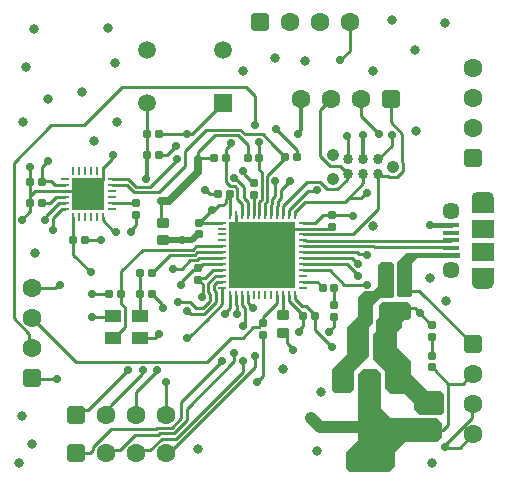
<source format=gbr>
%TF.GenerationSoftware,Altium Limited,Altium Designer,24.1.2 (44)*%
G04 Layer_Physical_Order=1*
G04 Layer_Color=255*
%FSLAX45Y45*%
%MOMM*%
%TF.SameCoordinates,9F746DA8-F38A-4014-887F-1EC8760E2830*%
%TF.FilePolarity,Positive*%
%TF.FileFunction,Copper,L1,Top,Signal*%
%TF.Part,Single*%
G01*
G75*
%TA.AperFunction,NonConductor*%
%ADD10C,0.50000*%
%TA.AperFunction,SMDPad,CuDef*%
%ADD11R,5.60000X5.60000*%
%ADD12O,0.25000X0.80000*%
%ADD13O,0.80000X0.25000*%
%ADD14R,0.79000X0.28000*%
%ADD15R,0.28000X0.79000*%
%ADD16R,3.18213X1.50000*%
%ADD17R,1.00000X1.50000*%
G04:AMPARAMS|DCode=18|XSize=0.6mm|YSize=0.7mm|CornerRadius=0.075mm|HoleSize=0mm|Usage=FLASHONLY|Rotation=90.000|XOffset=0mm|YOffset=0mm|HoleType=Round|Shape=RoundedRectangle|*
%AMROUNDEDRECTD18*
21,1,0.60000,0.55000,0,0,90.0*
21,1,0.45000,0.70000,0,0,90.0*
1,1,0.15000,0.27500,0.22500*
1,1,0.15000,0.27500,-0.22500*
1,1,0.15000,-0.27500,-0.22500*
1,1,0.15000,-0.27500,0.22500*
%
%ADD18ROUNDEDRECTD18*%
%TA.AperFunction,BGAPad,CuDef*%
%ADD19C,0.86300*%
%TA.AperFunction,SMDPad,CuDef*%
G04:AMPARAMS|DCode=20|XSize=0.6mm|YSize=0.7mm|CornerRadius=0.075mm|HoleSize=0mm|Usage=FLASHONLY|Rotation=180.000|XOffset=0mm|YOffset=0mm|HoleType=Round|Shape=RoundedRectangle|*
%AMROUNDEDRECTD20*
21,1,0.60000,0.55000,0,0,180.0*
21,1,0.45000,0.70000,0,0,180.0*
1,1,0.15000,-0.22500,0.27500*
1,1,0.15000,0.22500,0.27500*
1,1,0.15000,0.22500,-0.27500*
1,1,0.15000,-0.22500,-0.27500*
%
%ADD20ROUNDEDRECTD20*%
G04:AMPARAMS|DCode=21|XSize=1.3mm|YSize=1.1mm|CornerRadius=0.055mm|HoleSize=0mm|Usage=FLASHONLY|Rotation=0.000|XOffset=0mm|YOffset=0mm|HoleType=Round|Shape=RoundedRectangle|*
%AMROUNDEDRECTD21*
21,1,1.30000,0.99000,0,0,0.0*
21,1,1.19000,1.10000,0,0,0.0*
1,1,0.11000,0.59500,-0.49500*
1,1,0.11000,-0.59500,-0.49500*
1,1,0.11000,-0.59500,0.49500*
1,1,0.11000,0.59500,0.49500*
%
%ADD21ROUNDEDRECTD21*%
%TA.AperFunction,ConnectorPad*%
%ADD22R,1.90000X1.50000*%
%ADD23R,1.35000X0.40000*%
%TA.AperFunction,SMDPad,CuDef*%
G04:AMPARAMS|DCode=24|XSize=0.8mm|YSize=1mm|CornerRadius=0.1mm|HoleSize=0mm|Usage=FLASHONLY|Rotation=180.000|XOffset=0mm|YOffset=0mm|HoleType=Round|Shape=RoundedRectangle|*
%AMROUNDEDRECTD24*
21,1,0.80000,0.80000,0,0,180.0*
21,1,0.60000,1.00000,0,0,180.0*
1,1,0.20000,-0.30000,0.40000*
1,1,0.20000,0.30000,0.40000*
1,1,0.20000,0.30000,-0.40000*
1,1,0.20000,-0.30000,-0.40000*
%
%ADD24ROUNDEDRECTD24*%
G04:AMPARAMS|DCode=25|XSize=0.8mm|YSize=1mm|CornerRadius=0.1mm|HoleSize=0mm|Usage=FLASHONLY|Rotation=90.000|XOffset=0mm|YOffset=0mm|HoleType=Round|Shape=RoundedRectangle|*
%AMROUNDEDRECTD25*
21,1,0.80000,0.80000,0,0,90.0*
21,1,0.60000,1.00000,0,0,90.0*
1,1,0.20000,0.40000,0.30000*
1,1,0.20000,0.40000,-0.30000*
1,1,0.20000,-0.40000,-0.30000*
1,1,0.20000,-0.40000,0.30000*
%
%ADD25ROUNDEDRECTD25*%
G04:AMPARAMS|DCode=26|XSize=1.4mm|YSize=1.7mm|CornerRadius=0.175mm|HoleSize=0mm|Usage=FLASHONLY|Rotation=270.000|XOffset=0mm|YOffset=0mm|HoleType=Round|Shape=RoundedRectangle|*
%AMROUNDEDRECTD26*
21,1,1.40000,1.35000,0,0,270.0*
21,1,1.05000,1.70000,0,0,270.0*
1,1,0.35000,-0.67500,-0.52500*
1,1,0.35000,-0.67500,0.52500*
1,1,0.35000,0.67500,0.52500*
1,1,0.35000,0.67500,-0.52500*
%
%ADD26ROUNDEDRECTD26*%
G04:AMPARAMS|DCode=27|XSize=1.4mm|YSize=1.7mm|CornerRadius=0.175mm|HoleSize=0mm|Usage=FLASHONLY|Rotation=180.000|XOffset=0mm|YOffset=0mm|HoleType=Round|Shape=RoundedRectangle|*
%AMROUNDEDRECTD27*
21,1,1.40000,1.35000,0,0,180.0*
21,1,1.05000,1.70000,0,0,180.0*
1,1,0.35000,-0.52500,0.67500*
1,1,0.35000,0.52500,0.67500*
1,1,0.35000,0.52500,-0.67500*
1,1,0.35000,-0.52500,-0.67500*
%
%ADD27ROUNDEDRECTD27*%
%TA.AperFunction,Conductor*%
%ADD28C,0.25000*%
%ADD29C,0.30000*%
%ADD30C,0.26017*%
%ADD31C,1.00000*%
%ADD32C,0.40000*%
%ADD33C,0.70000*%
%ADD34C,0.50000*%
%TA.AperFunction,ComponentPad*%
%ADD35R,1.49800X1.49800*%
%ADD36C,1.49800*%
%ADD37C,1.06700*%
%ADD38C,1.60000*%
G04:AMPARAMS|DCode=39|XSize=1.6mm|YSize=1.6mm|CornerRadius=0.4mm|HoleSize=0mm|Usage=FLASHONLY|Rotation=0.000|XOffset=0mm|YOffset=0mm|HoleType=Round|Shape=RoundedRectangle|*
%AMROUNDEDRECTD39*
21,1,1.60000,0.80000,0,0,0.0*
21,1,0.80000,1.60000,0,0,0.0*
1,1,0.80000,0.40000,-0.40000*
1,1,0.80000,-0.40000,-0.40000*
1,1,0.80000,-0.40000,0.40000*
1,1,0.80000,0.40000,0.40000*
%
%ADD39ROUNDEDRECTD39*%
G04:AMPARAMS|DCode=40|XSize=1.6mm|YSize=1.6mm|CornerRadius=0.4mm|HoleSize=0mm|Usage=FLASHONLY|Rotation=90.000|XOffset=0mm|YOffset=0mm|HoleType=Round|Shape=RoundedRectangle|*
%AMROUNDEDRECTD40*
21,1,1.60000,0.80000,0,0,90.0*
21,1,0.80000,1.60000,0,0,90.0*
1,1,0.80000,0.40000,0.40000*
1,1,0.80000,0.40000,-0.40000*
1,1,0.80000,-0.40000,-0.40000*
1,1,0.80000,-0.40000,0.40000*
%
%ADD40ROUNDEDRECTD40*%
%ADD41C,1.45000*%
%TA.AperFunction,ViaPad*%
%ADD42C,0.80000*%
%ADD43C,0.70000*%
%ADD44C,0.50000*%
G36*
X10925000Y9760001D02*
X10834997D01*
Y9809998D01*
X10925000Y9810000D01*
Y9760001D01*
D02*
G37*
G36*
X7675000Y9660000D02*
X7405000D01*
Y9927500D01*
X7675000D01*
Y9660000D01*
D02*
G37*
G36*
X10975000Y9630000D02*
X10785000D01*
Y9760000D01*
X10975000D01*
Y9630000D01*
D02*
G37*
G36*
Y9040000D02*
X10785000D01*
Y9170000D01*
X10975000D01*
Y9040000D01*
D02*
G37*
G36*
X10925003Y8990002D02*
X10835000Y8990000D01*
Y9039999D01*
X10925003D01*
Y8990002D01*
D02*
G37*
G36*
X10683750Y9289013D02*
Y9251250D01*
X10680000Y9247500D01*
X10322500D01*
X10280000Y9205000D01*
Y8932500D01*
X10267500Y8920000D01*
X10172500D01*
X10155000Y8937500D01*
Y9220000D01*
X10230000Y9295000D01*
X10677763D01*
X10683750Y9289013D01*
D02*
G37*
G36*
X10130000Y9197500D02*
Y8925000D01*
X10115000Y8910000D01*
X10010000D01*
X9955000Y8855000D01*
Y8697500D01*
X9915000Y8657500D01*
Y8417500D01*
X9790000Y8292500D01*
Y8140000D01*
X9757500Y8107500D01*
X9630000D01*
X9605000Y8132500D01*
Y8307500D01*
X9735000Y8437500D01*
Y8662500D01*
X9825000Y8752500D01*
Y8917500D01*
X9875000Y8967500D01*
X9955000D01*
X9997500Y9010000D01*
Y9195000D01*
X10017500Y9215000D01*
X10112500D01*
X10130000Y9197500D01*
D02*
G37*
G36*
X10275000Y8850000D02*
Y8750000D01*
X10250000Y8725000D01*
X10212500D01*
X10200000Y8712500D01*
Y8670000D01*
X10150000Y8620000D01*
Y8500000D01*
X10270000Y8380000D01*
X10270000Y8270000D01*
X10410000Y8130000D01*
Y8125000D01*
X10525000D01*
X10550000Y8100000D01*
Y7950000D01*
X10525000Y7925000D01*
X10350000D01*
X10300000Y7975000D01*
Y8025000D01*
X10225000Y8100000D01*
X10100000D01*
X10050000Y8150000D01*
Y8290000D01*
X9950000Y8390000D01*
Y8600000D01*
X9980000Y8630000D01*
Y8730000D01*
X10000000Y8750000D01*
Y8850000D01*
X10025000Y8875000D01*
X10250000D01*
X10275000Y8850000D01*
D02*
G37*
G36*
X10020000Y8277500D02*
Y7980000D01*
X10102500Y7897500D01*
X10492500D01*
X10535000Y7855000D01*
Y7735000D01*
X10490000Y7690000D01*
X10222500D01*
X10140000Y7607500D01*
Y7487500D01*
X10087500Y7435000D01*
X9755000D01*
X9720000Y7470000D01*
Y7605000D01*
X9827500Y7712500D01*
Y8267500D01*
X9875000Y8315000D01*
X9982500D01*
X10020000Y8277500D01*
D02*
G37*
D10*
X10860000Y9760000D02*
G03*
X10860000Y9760000I-25000J0D01*
G01*
X10950000D02*
G03*
X10950000Y9760000I-25000J0D01*
G01*
X10860000Y9040000D02*
G03*
X10860000Y9040000I-25000J0D01*
G01*
X10950000D02*
G03*
X10950000Y9040000I-25000J0D01*
G01*
D11*
X9015000Y9275000D02*
D03*
D12*
X8740000Y9615000D02*
D03*
X8790000D02*
D03*
X8840000D02*
D03*
X8890000D02*
D03*
X8940000D02*
D03*
X8990000D02*
D03*
X9040000D02*
D03*
X9090000D02*
D03*
X9140000D02*
D03*
X9190000D02*
D03*
X9240000D02*
D03*
X9290000D02*
D03*
Y8935000D02*
D03*
X9240000D02*
D03*
X9190000D02*
D03*
X9140000D02*
D03*
X9090000D02*
D03*
X9040000D02*
D03*
X8990000D02*
D03*
X8940000D02*
D03*
X8890000D02*
D03*
X8840000D02*
D03*
X8790000D02*
D03*
X8740000D02*
D03*
D13*
X9355000Y9550000D02*
D03*
Y9500000D02*
D03*
Y9450000D02*
D03*
Y9400000D02*
D03*
Y9350000D02*
D03*
Y9300000D02*
D03*
Y9250000D02*
D03*
Y9200000D02*
D03*
Y9150000D02*
D03*
Y9100000D02*
D03*
Y9050000D02*
D03*
Y9000000D02*
D03*
X8675000D02*
D03*
Y9050000D02*
D03*
Y9100000D02*
D03*
Y9150000D02*
D03*
Y9200000D02*
D03*
Y9250000D02*
D03*
Y9300000D02*
D03*
Y9350000D02*
D03*
Y9400000D02*
D03*
Y9450000D02*
D03*
Y9500000D02*
D03*
Y9550000D02*
D03*
D14*
X7737000Y9917000D02*
D03*
Y9867000D02*
D03*
Y9817000D02*
D03*
Y9767000D02*
D03*
Y9717000D02*
D03*
Y9667000D02*
D03*
X7343000D02*
D03*
Y9717000D02*
D03*
Y9767000D02*
D03*
Y9817000D02*
D03*
Y9867000D02*
D03*
Y9917000D02*
D03*
D15*
X7665000Y9595000D02*
D03*
X7615000D02*
D03*
X7565000D02*
D03*
X7515000D02*
D03*
X7465000D02*
D03*
X7415000D02*
D03*
Y9989000D02*
D03*
X7465000D02*
D03*
X7515000D02*
D03*
X7565000D02*
D03*
X7615000D02*
D03*
X7665000D02*
D03*
D16*
X9925000Y7545500D02*
D03*
D17*
X9696000Y8204500D02*
D03*
X9925000D02*
D03*
X10154000D02*
D03*
D18*
X7945000Y9715000D02*
D03*
Y9615000D02*
D03*
X9020000Y8700000D02*
D03*
Y8600000D02*
D03*
X9625000Y8750000D02*
D03*
Y8850000D02*
D03*
X8940000Y9885000D02*
D03*
Y9785000D02*
D03*
X10450000Y8685000D02*
D03*
Y8585000D02*
D03*
Y8425000D02*
D03*
Y8325000D02*
D03*
X9607500Y9612500D02*
D03*
Y9512500D02*
D03*
X8472500Y9065000D02*
D03*
Y9165000D02*
D03*
X8475000Y9550000D02*
D03*
Y9450000D02*
D03*
D19*
X9740500Y9959000D02*
D03*
X9867500D02*
D03*
X9994500D02*
D03*
X9740500Y10086000D02*
D03*
X9867500D02*
D03*
X9994500D02*
D03*
D20*
X8702500Y10100000D02*
D03*
X8602500D02*
D03*
X7980000Y9120000D02*
D03*
X8080000D02*
D03*
X8990000Y10100000D02*
D03*
X8890000D02*
D03*
X9207500Y10102500D02*
D03*
X9307500D02*
D03*
X8040000Y10120000D02*
D03*
X8140000D02*
D03*
X9525000Y9000000D02*
D03*
X9625000D02*
D03*
X8080000Y8950000D02*
D03*
X7980000D02*
D03*
X7720000D02*
D03*
X7820000D02*
D03*
X7145000Y9715000D02*
D03*
X7045000D02*
D03*
X8140000Y10300000D02*
D03*
X8040000D02*
D03*
X8740000Y9790000D02*
D03*
X8640000D02*
D03*
X9460000Y8760000D02*
D03*
X9360000D02*
D03*
X7145000Y9895000D02*
D03*
X7045000D02*
D03*
X7415000Y9405000D02*
D03*
X7515000D02*
D03*
D21*
X7750000Y8760000D02*
D03*
Y8570000D02*
D03*
X7980000Y8760000D02*
D03*
Y8570000D02*
D03*
D22*
X10880000Y9500000D02*
D03*
Y9300000D02*
D03*
D23*
X10610000Y9530000D02*
D03*
Y9465000D02*
D03*
Y9400000D02*
D03*
Y9335000D02*
D03*
Y9270000D02*
D03*
D24*
X10215000Y9145000D02*
D03*
X10065000D02*
D03*
D25*
X9190000Y8765000D02*
D03*
Y8615000D02*
D03*
X8175000Y9550000D02*
D03*
Y9400000D02*
D03*
X10062500Y8972500D02*
D03*
Y8822500D02*
D03*
X10217500Y8975000D02*
D03*
Y8825000D02*
D03*
D26*
X10420000Y7790700D02*
D03*
Y8019300D02*
D03*
D27*
X9825700Y8510000D02*
D03*
X10054300D02*
D03*
D28*
X7605000Y9852500D02*
X7665000Y9912500D01*
Y10014500D01*
X7422000Y9817000D02*
X7422500Y9817500D01*
X7343000Y9817000D02*
X7422000D01*
X9240000Y9500000D02*
X9355000D01*
X9235000Y9495000D02*
X9240000Y9500000D01*
X8740000Y9615000D02*
Y9785000D01*
X8702500Y9720000D02*
Y9747500D01*
X8685000Y9702500D02*
X8702500Y9720000D01*
X8740000Y9785000D02*
Y9790000D01*
X8702500Y9747500D02*
X8740000Y9785000D01*
X8602177Y9660000D02*
X8644677Y9702500D01*
X8685000D01*
X8590000Y9660000D02*
X8602177D01*
X9675000Y10925000D02*
X9754000Y11004000D01*
Y11250000D01*
X9560409Y9835050D02*
X9649060D01*
X9502959Y9892500D02*
X9560409Y9835050D01*
X9468640Y9818639D02*
X9475000Y9825000D01*
X9402500Y9818639D02*
X9468640D01*
X9240000Y9615000D02*
Y9656139D01*
X9728771Y9947271D02*
X9740500Y9959000D01*
X9649060Y9835050D02*
X9728771Y9914761D01*
X9190000Y9692500D02*
X9390000Y9892500D01*
X9728771Y9914761D02*
Y9947271D01*
X9390000Y9892500D02*
X9502959D01*
X9190000Y9615000D02*
Y9692500D01*
X9240000Y9656139D02*
X9402500Y9818639D01*
X9090000Y9701154D02*
X9097500Y9708654D01*
Y9749779D01*
X9140000Y9687515D02*
X9145000Y9692515D01*
X9172944Y9761584D02*
Y9822944D01*
X9145000Y9692515D02*
Y9733639D01*
X9172944Y9761584D01*
X9097500Y9749779D02*
X9125000Y9777279D01*
Y9900000D01*
X9140000Y9615000D02*
Y9687515D01*
X9130000Y10340000D02*
X9307500Y10162500D01*
X9172944Y9822944D02*
X9250000Y9900000D01*
X9090000Y9615000D02*
Y9701154D01*
X8995000Y9733433D02*
X9007500Y9745933D01*
X9040000Y9714793D02*
X9052500Y9727293D01*
Y9947500D01*
X9185000Y10080000D01*
X8995000Y9733432D02*
Y9733433D01*
X9007500Y9745933D02*
Y9977500D01*
X9190000Y10080000D02*
X9207500Y10097500D01*
X9185000Y10080000D02*
X9190000D01*
X9040000Y9615000D02*
Y9714793D01*
X8990000Y9995000D02*
X9007500Y9977500D01*
X8990000Y9728431D02*
X8995000Y9733432D01*
X8990000Y9615000D02*
Y9728431D01*
X9207500Y10097500D02*
Y10107500D01*
X9355000Y9150000D02*
X9584606D01*
X9709606Y9025000D02*
X9900000D01*
X9584606Y9150000D02*
X9709606Y9025000D01*
X9730000Y9200000D02*
X9825000Y9105000D01*
Y9100000D02*
Y9105000D01*
X9814801Y9300000D02*
X9830992Y9283809D01*
X9891191D01*
X9899801Y9275199D01*
X9355000Y9300000D02*
X9814801D01*
X9772470Y9250000D02*
X9822240Y9200230D01*
X9825230D01*
X9355000Y9450000D02*
X9777500D01*
X9994500Y9667000D02*
Y9959000D01*
X9777500Y9450000D02*
X9994500Y9667000D01*
X9355000Y9250000D02*
X9772470D01*
X9355000Y9200000D02*
X9730000D01*
X9846000Y10454000D02*
X10000000Y10300000D01*
X9850323Y9762500D02*
X9887823Y9800000D01*
X9900000D01*
X9846000Y10454000D02*
Y10600000D01*
X9575000Y8627530D02*
X9625000Y8677530D01*
X9575000Y8625000D02*
Y8627530D01*
X9625000Y8677530D02*
Y8750000D01*
Y8850000D02*
Y9000000D01*
X9480000Y9050000D02*
X9525000Y9005000D01*
Y9000000D02*
Y9005000D01*
X9355000Y9050000D02*
X9480000D01*
X8845000Y8851360D02*
X8867500Y8828860D01*
X8840000Y8871139D02*
Y8935000D01*
X8845000Y8851360D02*
Y8866139D01*
X8890000Y8870000D02*
X8935000Y8825000D01*
X8867500Y8704677D02*
Y8828860D01*
X8840000Y8871139D02*
X8845000Y8866139D01*
X8890000Y8870000D02*
Y8935000D01*
X8200000Y7600000D02*
X8225017D01*
X8950000Y8324983D01*
Y8425000D01*
X8850000Y8575000D02*
X8937500Y8662500D01*
X8982500D01*
X8750000Y8575000D02*
X8850000D01*
Y8687177D02*
X8867500Y8704677D01*
X8850000Y8675000D02*
Y8687177D01*
Y8288622D02*
Y8375000D01*
X8283878Y7722500D02*
X8850000Y8288622D01*
X8163402Y7722500D02*
X8283878D01*
X8063500Y7622599D02*
X8163402Y7722500D01*
X7968599Y7622599D02*
X8063500D01*
X8126122Y7812500D02*
X8246599D01*
X7732901Y7800000D02*
X8113622D01*
X8265238Y7767500D02*
X8375000Y7877262D01*
X7936901Y7750000D02*
X8127262D01*
X8144762Y7767500D01*
X8265238D01*
X7946000Y7600000D02*
X7968599Y7622599D01*
X8246599Y7812500D02*
X8329327Y7895228D01*
X8113622Y7800000D02*
X8126122Y7812500D01*
X8329327Y7895228D02*
Y8029327D01*
X8375000Y7877262D02*
Y7975000D01*
X7809500Y7622599D02*
X7936901Y7750000D01*
X7579500Y7646599D02*
X7732901Y7800000D01*
X8375000Y7975000D02*
X8775000Y8375000D01*
Y8450000D01*
X8329327Y8029327D02*
X8675000Y8375000D01*
X8790000Y8857500D02*
X8800000Y8847500D01*
Y8775000D02*
Y8847500D01*
X8790000Y8857500D02*
Y8935000D01*
X8997500Y8682500D02*
X9015000Y8700000D01*
X8982500Y8662500D02*
X8997500Y8677500D01*
Y8682500D01*
X7692000Y7600000D02*
X7714599Y7622599D01*
X7809500D01*
X8740000Y8827177D02*
Y8935000D01*
X8700000Y8787177D02*
X8740000Y8827177D01*
X8700000Y8775000D02*
Y8787177D01*
X7579500Y7624000D02*
Y7646599D01*
X7555500Y7600000D02*
X7579500Y7624000D01*
X7438000Y7600000D02*
X7555500D01*
X9015000Y8700000D02*
X9020000D01*
X8547500Y8372500D02*
X8750000Y8575000D01*
X7437000Y8372500D02*
X8547500D01*
X7729085Y7998615D02*
Y8004085D01*
X7991390Y8266390D01*
Y8296390D01*
X8000000Y8305000D01*
X7692000Y7925000D02*
Y7961531D01*
X7729085Y7998615D01*
X7438000Y7925000D02*
X7479301Y7966301D01*
X7536301D02*
X7875000Y8305000D01*
X7479301Y7966301D02*
X7536301D01*
X7065000Y8744500D02*
X7437000Y8372500D01*
X8375000Y8575000D02*
X8387177D01*
X8407208Y8595031D01*
X8407499D01*
X8542468Y8730000D02*
X8542468D01*
X8407499Y8595031D02*
X8542468Y8730000D01*
X8375000Y8800000D02*
X8387177D01*
X8412177Y8775000D01*
X8523828D01*
X7946000Y8115360D02*
X8125000Y8294360D01*
Y8305000D01*
X7946000Y7925000D02*
Y8115360D01*
X8107823Y8570000D02*
X8142950Y8605128D01*
Y8607049D01*
X8542468Y8730000D02*
X8670000Y8857532D01*
X8400000Y8875000D02*
X8450000Y8825000D01*
X8300000Y8875000D02*
X8400000D01*
X9020000Y8253609D02*
Y8600000D01*
X8971079Y8200000D02*
Y8204687D01*
X9020000Y8253609D01*
X8200000Y7925000D02*
Y8200000D01*
X8670000Y8895000D02*
X8675000Y8900000D01*
X8670000Y8857532D02*
Y8895000D01*
X8523828Y8775000D02*
X8625000Y8876172D01*
Y8958860D01*
X8450000Y8825000D02*
X8510189D01*
X8510000Y8920270D02*
Y9027500D01*
X8574812Y8889623D02*
Y8945409D01*
X8510189Y8825000D02*
X8574812Y8889623D01*
X8557500Y8962721D02*
X8574812Y8945409D01*
X8557500Y8962721D02*
Y9037279D01*
X8620221Y9100000D02*
X8675000D01*
X8507312Y8917583D02*
X8510000Y8920270D01*
X8557500Y9037279D02*
X8620221Y9100000D01*
X8602500Y8981360D02*
Y9018639D01*
Y8981360D02*
X8625000Y8958860D01*
X8633861Y9050000D02*
X8675000D01*
X8602500Y9018639D02*
X8633861Y9050000D01*
X8675000Y8900000D02*
Y9000000D01*
X7076500Y8225000D02*
X7275000D01*
X7065000Y8236500D02*
X7076500Y8225000D01*
X7287823Y9025000D02*
X7300000D01*
X7065000Y8998500D02*
X7261323D01*
X7287823Y9025000D01*
X8617500Y10292500D02*
X8807500D01*
X8863640Y10300000D02*
X9015459D01*
X8537500Y10337500D02*
X8826140D01*
X8863640Y10300000D01*
X8807500Y10292500D02*
X8890000Y10210000D01*
X8470000Y10145000D02*
X8617500Y10292500D01*
X8360000Y10160000D02*
X8537500Y10337500D01*
X6907500Y8742901D02*
Y10057500D01*
Y8742901D02*
X7042401Y8608000D01*
Y8513099D02*
Y8608000D01*
Y8513099D02*
X7065000Y8490500D01*
X6907500Y10057500D02*
X7225000Y10375000D01*
X7500000D01*
X7825000Y10700000D02*
X8875000D01*
X7500000Y10375000D02*
X7825000Y10700000D01*
X8875000D02*
X8950000Y10625000D01*
Y10375000D02*
Y10625000D01*
X8990000Y10100001D02*
Y10230000D01*
X8709677Y10107177D02*
Y10172500D01*
X8750000Y10212823D01*
X8702500Y10100000D02*
X8709677Y10107177D01*
X8750000Y10212823D02*
Y10225000D01*
X9015459Y10300000D02*
X9103980Y10211480D01*
X8470000Y10090000D02*
Y10145000D01*
X8890000Y10100000D02*
Y10210000D01*
X7242500Y9492500D02*
Y9592000D01*
X7240000Y9490000D02*
X7242500Y9492500D01*
X7145000Y10020000D02*
X7200000Y10075000D01*
X7145000Y9895000D02*
Y10020000D01*
X7415000Y9274999D02*
X7561789Y9128210D01*
X7415000Y9274999D02*
Y9405000D01*
X7575000Y8750000D02*
X7740000D01*
X7750000Y8760000D01*
X7980000Y8570000D02*
X8107823D01*
X7575000Y8950000D02*
X7720000D01*
X7900000Y9475000D02*
Y9487177D01*
X7945000Y9532177D01*
X8000000Y9322500D02*
X8423817D01*
X7820000Y8950000D02*
Y9142500D01*
X8000000Y9322500D01*
X9460000Y8640000D02*
X9600000Y8500000D01*
X9460000Y8640000D02*
Y8760000D01*
X9224677Y8527207D02*
X9275000Y8476884D01*
Y8475000D02*
Y8476884D01*
X8166390Y8833610D02*
Y8858610D01*
Y8833610D02*
X8175000Y8825000D01*
X8080000Y8945000D02*
X8166390Y8858610D01*
X9197177Y8615000D02*
X9224677Y8587500D01*
X9190000Y8615000D02*
X9197177D01*
X9224677Y8527207D02*
Y8587500D01*
X8140000Y10120000D02*
X8206412D01*
X8286412Y10200000D01*
X8292500Y10082500D02*
Y10090000D01*
X8062500Y9852500D02*
X8292500Y10082500D01*
X10341500Y8975000D02*
X10797500Y8519000D01*
X10217500Y8975000D02*
X10341500D01*
X10685175Y7644675D02*
X10797500Y7757000D01*
X10568535Y7644675D02*
X10685175D01*
X10555355Y7657855D02*
X10568535Y7644675D01*
X10555355Y7657855D02*
X10791000Y7893500D01*
Y8004500D01*
X10797500Y8011000D01*
X10791330Y8265000D02*
X10797500D01*
X10711330Y8185000D02*
X10791330Y8265000D01*
X10590000Y8185000D02*
X10711330D01*
X10305000Y8825000D02*
X10427500Y8702500D01*
X10590000Y7840000D02*
Y8185000D01*
X10540700Y7790700D02*
X10590000Y7840000D01*
X10472500Y8302500D02*
X10590000Y8185000D01*
X10110000Y10201500D02*
Y10290000D01*
X9994500Y10086000D02*
X10110000Y10201500D01*
X10100000Y10400000D02*
X10200000Y10300000D01*
X9747500Y9762500D02*
X9850323D01*
X9307500Y10102500D02*
Y10162500D01*
X8990000Y10100000D02*
X8990000Y10100001D01*
X8470000Y10090000D02*
X8475000Y10095000D01*
X8597500D02*
X8602500Y10100000D01*
X8475000Y10095000D02*
X8597500D01*
X8360000Y10030000D02*
Y10160000D01*
X8137500Y9807500D02*
X8360000Y10030000D01*
X7943230Y9852500D02*
X8062500D01*
X7924590Y9807500D02*
X8137500D01*
X8770000Y9930000D02*
X8780000D01*
X8860000Y9850000D01*
X9778750Y9611250D02*
X9780000Y9610000D01*
X9607500Y9612500D02*
X9608750Y9611250D01*
X9778750D01*
X10455000Y8325000D02*
X10472500Y8307500D01*
Y8302500D02*
Y8307500D01*
X10450000Y8325000D02*
X10455000D01*
X10420000Y7790700D02*
X10540700D01*
X8495000Y9042500D02*
X8510000Y9027500D01*
X8472500Y9065000D02*
X8477500D01*
X8495000Y9047500D01*
Y9042500D02*
Y9047500D01*
X8590000Y9660000D02*
Y9660000D01*
X8475000Y9550000D02*
X8480000D01*
X8590000Y9660000D01*
X8160000Y9565000D02*
Y9730000D01*
Y9565000D02*
X8175000Y9550000D01*
X7945000Y9532177D02*
Y9615000D01*
X7517500Y9402500D02*
X7647500D01*
X7650000Y9400000D01*
X7515000Y9405000D02*
X7517500Y9402500D01*
X7766390Y9483610D02*
X7775000Y9475000D01*
X7750890Y9483610D02*
X7766390D01*
X7665000Y9569500D02*
Y9595000D01*
Y9569500D02*
X7750890Y9483610D01*
X6975000Y9575000D02*
X7045000Y9645000D01*
Y9715000D01*
X7047500Y10022500D02*
X7050000Y10025000D01*
X7047500Y9897500D02*
Y10022500D01*
X7045000Y9895000D02*
X7047500Y9897500D01*
X7045000Y9775000D02*
Y9895000D01*
X9103980Y10211021D02*
Y10211480D01*
Y10211021D02*
X9207500Y10107500D01*
X7737000Y9867000D02*
X7865090D01*
X7924590Y9807500D01*
X7737000Y9917000D02*
X7878730D01*
X7943230Y9852500D01*
X7317500Y9667000D02*
X7343000D01*
X7242500Y9592000D02*
X7317500Y9667000D01*
X8858610Y9961389D02*
Y9981390D01*
X8850000Y9990000D02*
X8858610Y9981390D01*
X8802500Y9747500D02*
Y9834068D01*
X8742500Y9857500D02*
X8779068D01*
X8802500Y9834068D01*
X8702500Y9897500D02*
X8742500Y9857500D01*
X8702500Y9897500D02*
Y10100000D01*
X8858610Y9961389D02*
X8935000Y9885000D01*
X8905000Y9385000D02*
X9015000Y9275000D01*
X8795000Y9495000D02*
X8905000Y9385000D01*
X8790000Y9500000D02*
X8795000Y9495000D01*
X8790000Y9500000D02*
Y9615000D01*
X8840000D02*
Y9710000D01*
X8802500Y9747500D02*
X8840000Y9710000D01*
X8860000Y9758431D02*
X8890000Y9728431D01*
X8860000Y9758431D02*
Y9850000D01*
X8890000Y9615000D02*
Y9728431D01*
X9735250Y10091250D02*
Y10278661D01*
Y10091250D02*
X9740500Y10086000D01*
X9730000Y10283911D02*
X9735250Y10278661D01*
X10217500Y8825000D02*
X10305000D01*
X10427500Y8702499D02*
Y8702500D01*
Y8702499D02*
X10445000Y8685000D01*
X10450000D01*
X9625000Y9000000D02*
X9625000Y9000000D01*
X9325000Y8637177D02*
X9360000Y8672177D01*
Y8760000D01*
X9325000Y8625000D02*
Y8637177D01*
X8424430Y9149431D02*
X8456930D01*
X8333610Y9033610D02*
Y9058611D01*
X8325000Y9025000D02*
X8333610Y9033610D01*
X8456930Y9149431D02*
X8472500Y9165000D01*
X8333610Y9058611D02*
X8424430Y9149431D01*
X8080000Y8945000D02*
Y8950000D01*
X8935000Y9885000D02*
X8940000D01*
X8572177Y9790000D02*
X8640000D01*
X8537177Y9825000D02*
X8572177Y9790000D01*
X8525000Y9825000D02*
X8537177D01*
X7665000Y10014500D02*
X7741390Y10090890D01*
Y10116390D01*
X7750000Y10125000D01*
X7292038Y9715500D02*
X7341500D01*
X7183610Y9607072D02*
X7292038Y9715500D01*
X7183610Y9583610D02*
Y9607072D01*
X7175000Y9575000D02*
X7183610Y9583610D01*
X7341500Y9715500D02*
X7343000Y9717000D01*
X7214000Y9715000D02*
X7266000Y9767000D01*
X7343000D01*
X7145000Y9715000D02*
X7214000D01*
X7045000D02*
Y9775000D01*
X7087000Y9817000D01*
X7343000D01*
X7258000Y9867000D02*
X7343000D01*
X7225000Y9900000D02*
X7258000Y9867000D01*
X7415000Y9405000D02*
Y9595000D01*
X7150000Y9900000D02*
X7225000D01*
X7145000Y9895000D02*
X7150000Y9900000D01*
X10450000Y8425000D02*
Y8585000D01*
X10100000Y10400000D02*
Y10600000D01*
X9500000Y10508000D02*
X9592000Y10600000D01*
X9500000Y10116191D02*
Y10508000D01*
X10085939Y9936651D02*
X10157061D01*
X10207350Y9986940D01*
Y10058060D01*
X10200000Y10065410D02*
X10207350Y10058060D01*
X10200000Y10065410D02*
Y10300000D01*
X9500000Y10116191D02*
X9586557Y10029635D01*
X9140000Y8870000D02*
Y8935000D01*
X9020000Y8750000D02*
X9140000Y8870000D01*
X9020000Y8700000D02*
Y8750000D01*
X9351716Y8845784D02*
X9380784D01*
X9442500Y8777500D02*
Y8784068D01*
X9290000Y8907500D02*
Y8935000D01*
Y8907500D02*
X9351716Y8845784D01*
X9380784D02*
X9442500Y8784068D01*
Y8777500D02*
X9460000Y8760000D01*
X9240000Y8885000D02*
X9360000Y8765000D01*
Y8760000D02*
Y8765000D01*
X9240000Y8885000D02*
Y8935000D01*
X9190000Y8765000D02*
Y8935000D01*
X10006060Y9947440D02*
X10075150D01*
X9994500Y9959000D02*
X10006060Y9947440D01*
X10075150D02*
X10085939Y9936651D01*
X9586557Y10029635D02*
X9669865D01*
X9740500Y9959000D01*
X10420000Y7790700D02*
X10420700Y7790000D01*
X7738000Y9716000D02*
X7944000D01*
X7737000Y9717000D02*
X7738000Y9716000D01*
X7944000D02*
X7945000Y9715000D01*
X8140000Y10300000D02*
X8420000D01*
X8685000Y10565000D01*
X8037500Y10302500D02*
Y10562500D01*
Y10302500D02*
X8040000Y10300000D01*
X8035000Y10565000D02*
X8037500Y10562500D01*
X8040000Y10120000D02*
Y10300000D01*
X8990000Y9995000D02*
Y10100000D01*
X9372500Y9725000D02*
X9710000D01*
X9867500Y9882500D02*
Y9959000D01*
X9710000Y9725000D02*
X9747500Y9762500D01*
X9747500D01*
X9867500Y9882500D01*
X9290000Y9642500D02*
X9372500Y9725000D01*
X9290000Y9615000D02*
Y9642500D01*
X9461250Y9550000D02*
X9523750Y9612500D01*
X9607500D01*
X8332500Y9159613D02*
X8405387Y9232500D01*
X8260000Y9155000D02*
X8264613Y9159613D01*
X8332500D01*
X8405387Y9232500D02*
X8461096D01*
X7760000Y8570000D02*
X7855000Y8665000D01*
X7750000Y8570000D02*
X7760000D01*
X7855000Y8665000D02*
Y8831250D01*
X7820000Y8866250D02*
X7855000Y8831250D01*
X7820000Y8866250D02*
Y8950000D01*
X7980000Y8760000D02*
Y8950000D01*
Y9120000D01*
X8080000D02*
Y9125000D01*
X8232500Y9277500D01*
X8442457D01*
X8490000Y9082500D02*
X8530000D01*
X8597500Y9150000D01*
X8675000D01*
X8472500Y9065000D02*
X8490000Y9082500D01*
X8512500Y9200000D02*
X8675000D01*
X8477500Y9165000D02*
X8512500Y9200000D01*
X8472500Y9165000D02*
X8477500D01*
X8478596Y9250000D02*
X8675000D01*
X8461096Y9232500D02*
X8478596Y9250000D01*
X8442457Y9277500D02*
X8464956Y9300000D01*
X8675000D01*
X8423817Y9322500D02*
X8451317Y9350000D01*
X8675000D01*
X9355000Y9550000D02*
X9461250D01*
X9595000Y9500000D02*
X9607500Y9512500D01*
X9355000Y9500000D02*
X9595000D01*
X8940000Y9615000D02*
Y9785000D01*
X8475000Y9550000D02*
X8675000D01*
X8475000Y9550000D02*
X8475000Y9550000D01*
D29*
X9317500Y10310824D02*
X9338000Y10331324D01*
X9317500Y10300000D02*
Y10310824D01*
X9338000Y10331324D02*
Y10600000D01*
X8035000Y10115000D02*
X8040000Y10120000D01*
X8035000Y9925000D02*
Y10115000D01*
X8030000Y9920000D02*
X8035000Y9925000D01*
X9868750Y10288750D02*
X9870000Y10290000D01*
X9867500Y10086000D02*
X9868750Y10087250D01*
Y10288750D01*
D30*
X9955479Y9351831D02*
X9962979Y9344332D01*
X9383314Y9398168D02*
X9974673D01*
X9982173Y9390669D01*
X9962979Y9344332D02*
X10540268D01*
X9982173Y9390669D02*
X10540268D01*
X9383314Y9351831D02*
X9955479D01*
X10540268Y9344332D02*
X10542608Y9341991D01*
X9355000Y9350000D02*
X9381483D01*
X9383314Y9351831D01*
X10542608Y9393009D02*
X10603009D01*
X10610000Y9400000D01*
X9355000Y9400000D02*
X9381483D01*
X10540268Y9390669D02*
X10542608Y9393009D01*
X9381483Y9400000D02*
X9383314Y9398168D01*
X10603009Y9341991D02*
X10610000Y9335000D01*
X10542608Y9341991D02*
X10603009D01*
D31*
X9505000Y7820000D02*
X9970000D01*
X9425000Y7900000D02*
X9505000Y7820000D01*
D32*
X10440000Y9530000D02*
X10610000D01*
X10436250Y9533750D02*
X10440000Y9530000D01*
D33*
X8470000Y9980000D02*
Y10090000D01*
X8220000Y9730000D02*
X8470000Y9980000D01*
X8160000Y9730000D02*
X8220000D01*
D34*
X8420000Y9400000D02*
X8470000Y9450000D01*
X8475000D01*
X8175000Y9400000D02*
X8420000D01*
D35*
X8685000Y10565000D02*
D03*
D36*
X8035000D02*
D03*
X8685000Y11015000D02*
D03*
X8035000D02*
D03*
D37*
X9613500Y10124100D02*
D03*
Y9920900D02*
D03*
X10121500Y10022500D02*
D03*
D38*
X9246000Y11250000D02*
D03*
X9500000D02*
D03*
X9754000D02*
D03*
X9846000Y10600000D02*
D03*
X9592000D02*
D03*
X9338000D02*
D03*
X10800000Y10354000D02*
D03*
Y10608000D02*
D03*
Y10862000D02*
D03*
X10797500Y8265000D02*
D03*
Y8011000D02*
D03*
Y7757000D02*
D03*
X7065000Y8490500D02*
D03*
Y8744500D02*
D03*
Y8998500D02*
D03*
X7692000Y7925000D02*
D03*
X7946000D02*
D03*
X8200000D02*
D03*
X7692000Y7600000D02*
D03*
X7946000D02*
D03*
X8200000D02*
D03*
D39*
X8992000Y11250000D02*
D03*
X10100000Y10600000D02*
D03*
X7438000Y7925000D02*
D03*
Y7600000D02*
D03*
D40*
X10800000Y10100000D02*
D03*
X10797500Y8519000D02*
D03*
X7065000Y8236500D02*
D03*
D41*
X10610000Y9150000D02*
D03*
Y9650000D02*
D03*
D42*
X10567500Y8885000D02*
D03*
X6955000Y7512500D02*
D03*
X6980000Y7912500D02*
D03*
X7487500Y10655000D02*
D03*
X7785000Y10402500D02*
D03*
X6987500D02*
D03*
X7010000Y10865000D02*
D03*
X7707710Y11202034D02*
D03*
X7080000Y11187500D02*
D03*
X9510000Y8115000D02*
D03*
X10430000Y9085000D02*
D03*
X9955000Y9517500D02*
D03*
X10315000Y10327500D02*
D03*
X10557500Y11242500D02*
D03*
X10110000Y11265000D02*
D03*
X10305000Y11010000D02*
D03*
X9947500Y10837500D02*
D03*
X9122500Y10947500D02*
D03*
X9375000Y10922500D02*
D03*
X8847500Y10837500D02*
D03*
X7762500Y10902500D02*
D03*
X7202500Y10595000D02*
D03*
X7590000Y10242500D02*
D03*
X7087500Y9295000D02*
D03*
X9185000Y8310000D02*
D03*
X10452500Y7512500D02*
D03*
X9477860Y7613086D02*
D03*
X8470000Y7630000D02*
D03*
X7065000Y7672500D02*
D03*
D43*
X10030000Y8690000D02*
D03*
X10152500D02*
D03*
X10302500Y8160000D02*
D03*
X10215000Y8345000D02*
D03*
X10080000Y8340000D02*
D03*
X7605000Y9852500D02*
D03*
X7610000Y9725000D02*
D03*
X7470000Y9722500D02*
D03*
X7472500Y9860000D02*
D03*
X8337500Y9402500D02*
D03*
X9675000Y10925000D02*
D03*
X9475000Y9825000D02*
D03*
X9317500Y10300000D02*
D03*
X9130000Y10340000D02*
D03*
X9250000Y9900000D02*
D03*
X9125000D02*
D03*
X9900000Y9025000D02*
D03*
X9825000Y9100000D02*
D03*
X9899801Y9275199D02*
D03*
X9825230Y9200230D02*
D03*
X10000000Y10300000D02*
D03*
X9900000Y9800000D02*
D03*
X8935000Y8825000D02*
D03*
X8950000Y8425000D02*
D03*
X8850000Y8675000D02*
D03*
Y8375000D02*
D03*
X8800000Y8775000D02*
D03*
X8775000Y8450000D02*
D03*
X8675000Y8375000D02*
D03*
X8700000Y8775000D02*
D03*
X8375000Y8575000D02*
D03*
Y8800000D02*
D03*
X8125000Y8305000D02*
D03*
X8142950Y8607049D02*
D03*
X8000000Y8305000D02*
D03*
X8300000Y8875000D02*
D03*
X7875000Y8305000D02*
D03*
X8971079Y8200000D02*
D03*
X8200000D02*
D03*
X8507312Y8917583D02*
D03*
X7275000Y8225000D02*
D03*
X7300000Y9025000D02*
D03*
X8950000Y10375000D02*
D03*
X8990000Y10230000D02*
D03*
X8750000Y10225000D02*
D03*
X7240000Y9490000D02*
D03*
X7200000Y10075000D02*
D03*
X7561789Y9128210D02*
D03*
X7575000Y8750000D02*
D03*
Y8950000D02*
D03*
X7900000Y9475000D02*
D03*
X9600000Y8500000D02*
D03*
X9275000Y8475000D02*
D03*
X8175000Y8825000D02*
D03*
X9425000Y7900000D02*
D03*
X8286412Y10200000D02*
D03*
X8292500Y10090000D02*
D03*
X8375000Y10300000D02*
D03*
X10563195Y7650015D02*
D03*
X10436250Y9533750D02*
D03*
X10110000Y10290000D02*
D03*
X8470000Y10090000D02*
D03*
X8030000Y9920000D02*
D03*
X8770000Y9930000D02*
D03*
X9780000Y9610000D02*
D03*
X9575000Y8625000D02*
D03*
X8590000Y9660000D02*
D03*
X8160000Y9730000D02*
D03*
X7650000Y9400000D02*
D03*
X7775000Y9475000D02*
D03*
X6975000Y9575000D02*
D03*
X7050000Y10025000D02*
D03*
X8850000Y9990000D02*
D03*
X9730000Y10283911D02*
D03*
X10350000Y8783911D02*
D03*
X9325000Y8625000D02*
D03*
X8325000Y9025000D02*
D03*
X8525000Y9825000D02*
D03*
X7750000Y10125000D02*
D03*
X7175000Y9575000D02*
D03*
X9870000Y10290000D02*
D03*
X8260000Y9155000D02*
D03*
D44*
X9235000Y9055000D02*
D03*
X9125000D02*
D03*
X9015000D02*
D03*
X8905000D02*
D03*
X8795000D02*
D03*
X9235000Y9165000D02*
D03*
X9125000D02*
D03*
X9015000D02*
D03*
X8905000D02*
D03*
X8795000D02*
D03*
X9235000Y9275000D02*
D03*
X9125000D02*
D03*
X9015000D02*
D03*
X8905000D02*
D03*
X8795000D02*
D03*
X9235000Y9385000D02*
D03*
X9125000D02*
D03*
X9015000D02*
D03*
X8905000D02*
D03*
X8795000D02*
D03*
X9235000Y9495000D02*
D03*
X9125000D02*
D03*
X9015000D02*
D03*
X8905000D02*
D03*
X8795000D02*
D03*
%TF.MD5,793baab0cc49678bdcc3d00e1b50065d*%
M02*

</source>
